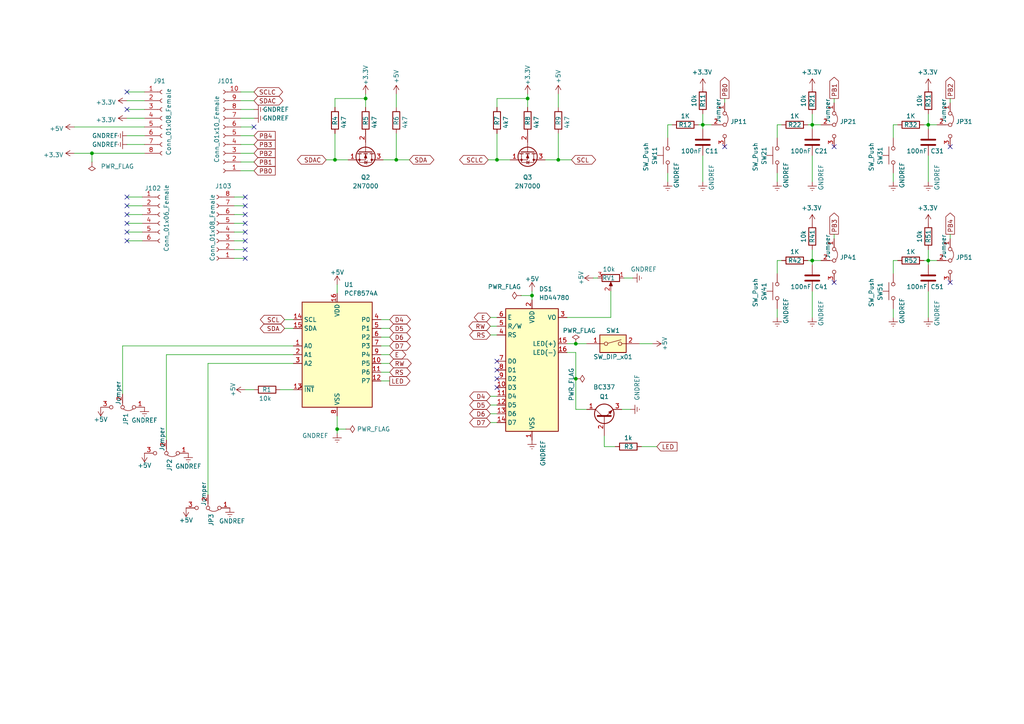
<source format=kicad_sch>
(kicad_sch (version 20211123) (generator eeschema)
  (paper "A4")
  (lib_symbols
    (symbol "Connector:Conn_01x06_Female" (pin_names (offset 1.016) hide)
      (property "Reference" "J" (at 0 7.62 0))
      (property "Value" "Conn_01x06_Female" (at 0 -10.16 0))
      (symbol "Conn_01x06_Female_1_1"
        (arc (start 0 -7.112) (mid -0.508 -7.62) (end 0 -8.128) (stroke (width 0.1524)))
        (arc (start 0 -4.572) (mid -0.508 -5.08) (end 0 -5.588) (stroke (width 0.1524)))
        (arc (start 0 -2.032) (mid -0.508 -2.54) (end 0 -3.048) (stroke (width 0.1524)))
        (polyline (pts (xy -1.27 -7.62) (xy -0.508 -7.62)) (stroke (width 0.1524)))
        (polyline (pts (xy -1.27 -5.08) (xy -0.508 -5.08)) (stroke (width 0.1524)))
        (polyline (pts (xy -1.27 -2.54) (xy -0.508 -2.54)) (stroke (width 0.1524)))
        (polyline (pts (xy -1.27 0) (xy -0.508 0)) (stroke (width 0.1524)))
        (polyline (pts (xy -1.27 2.54) (xy -0.508 2.54)) (stroke (width 0.1524)))
        (polyline (pts (xy -1.27 5.08) (xy -0.508 5.08)) (stroke (width 0.1524)))
        (arc (start 0 0.508) (mid -0.508 0) (end 0 -0.508) (stroke (width 0.1524)))
        (arc (start 0 3.048) (mid -0.508 2.54) (end 0 2.032) (stroke (width 0.1524)))
        (arc (start 0 5.588) (mid -0.508 5.08) (end 0 4.572) (stroke (width 0.1524)))
        (pin passive line (at -5.08 5.08 0) (length 3.81) (name "Pin_1") (number "1"))
        (pin passive line (at -5.08 2.54 0) (length 3.81) (name "Pin_2") (number "2"))
        (pin passive line (at -5.08 0 0) (length 3.81) (name "Pin_3") (number "3"))
        (pin passive line (at -5.08 -2.54 0) (length 3.81) (name "Pin_4") (number "4"))
        (pin passive line (at -5.08 -5.08 0) (length 3.81) (name "Pin_5") (number "5"))
        (pin passive line (at -5.08 -7.62 0) (length 3.81) (name "Pin_6") (number "6"))
      )
    )
    (symbol "Connector:Conn_01x08_Female" (pin_names (offset 1.016) hide)
      (property "Reference" "J" (at 0 10.16 0))
      (property "Value" "Conn_01x08_Female" (at 0 -12.7 0))
      (symbol "Conn_01x08_Female_1_1"
        (arc (start 0 -9.652) (mid -0.508 -10.16) (end 0 -10.668) (stroke (width 0.1524)))
        (arc (start 0 -7.112) (mid -0.508 -7.62) (end 0 -8.128) (stroke (width 0.1524)))
        (arc (start 0 -4.572) (mid -0.508 -5.08) (end 0 -5.588) (stroke (width 0.1524)))
        (arc (start 0 -2.032) (mid -0.508 -2.54) (end 0 -3.048) (stroke (width 0.1524)))
        (polyline (pts (xy -1.27 -10.16) (xy -0.508 -10.16)) (stroke (width 0.1524)))
        (polyline (pts (xy -1.27 -7.62) (xy -0.508 -7.62)) (stroke (width 0.1524)))
        (polyline (pts (xy -1.27 -5.08) (xy -0.508 -5.08)) (stroke (width 0.1524)))
        (polyline (pts (xy -1.27 -2.54) (xy -0.508 -2.54)) (stroke (width 0.1524)))
        (polyline (pts (xy -1.27 0) (xy -0.508 0)) (stroke (width 0.1524)))
        (polyline (pts (xy -1.27 2.54) (xy -0.508 2.54)) (stroke (width 0.1524)))
        (polyline (pts (xy -1.27 5.08) (xy -0.508 5.08)) (stroke (width 0.1524)))
        (polyline (pts (xy -1.27 7.62) (xy -0.508 7.62)) (stroke (width 0.1524)))
        (arc (start 0 0.508) (mid -0.508 0) (end 0 -0.508) (stroke (width 0.1524)))
        (arc (start 0 3.048) (mid -0.508 2.54) (end 0 2.032) (stroke (width 0.1524)))
        (arc (start 0 5.588) (mid -0.508 5.08) (end 0 4.572) (stroke (width 0.1524)))
        (arc (start 0 8.128) (mid -0.508 7.62) (end 0 7.112) (stroke (width 0.1524)))
        (pin passive line (at -5.08 7.62 0) (length 3.81) (name "Pin_1") (number "1"))
        (pin passive line (at -5.08 5.08 0) (length 3.81) (name "Pin_2") (number "2"))
        (pin passive line (at -5.08 2.54 0) (length 3.81) (name "Pin_3") (number "3"))
        (pin passive line (at -5.08 0 0) (length 3.81) (name "Pin_4") (number "4"))
        (pin passive line (at -5.08 -2.54 0) (length 3.81) (name "Pin_5") (number "5"))
        (pin passive line (at -5.08 -5.08 0) (length 3.81) (name "Pin_6") (number "6"))
        (pin passive line (at -5.08 -7.62 0) (length 3.81) (name "Pin_7") (number "7"))
        (pin passive line (at -5.08 -10.16 0) (length 3.81) (name "Pin_8") (number "8"))
      )
    )
    (symbol "Connector:Conn_01x10_Female" (pin_names (offset 1.016) hide)
      (property "Reference" "J" (at 0 12.7 0))
      (property "Value" "Conn_01x10_Female" (at 0 -15.24 0))
      (symbol "Conn_01x10_Female_1_1"
        (arc (start 0 -12.192) (mid -0.508 -12.7) (end 0 -13.208) (stroke (width 0.1524)))
        (arc (start 0 -9.652) (mid -0.508 -10.16) (end 0 -10.668) (stroke (width 0.1524)))
        (arc (start 0 -7.112) (mid -0.508 -7.62) (end 0 -8.128) (stroke (width 0.1524)))
        (arc (start 0 -4.572) (mid -0.508 -5.08) (end 0 -5.588) (stroke (width 0.1524)))
        (arc (start 0 -2.032) (mid -0.508 -2.54) (end 0 -3.048) (stroke (width 0.1524)))
        (polyline (pts (xy -1.27 -12.7) (xy -0.508 -12.7)) (stroke (width 0.1524)))
        (polyline (pts (xy -1.27 -10.16) (xy -0.508 -10.16)) (stroke (width 0.1524)))
        (polyline (pts (xy -1.27 -7.62) (xy -0.508 -7.62)) (stroke (width 0.1524)))
        (polyline (pts (xy -1.27 -5.08) (xy -0.508 -5.08)) (stroke (width 0.1524)))
        (polyline (pts (xy -1.27 -2.54) (xy -0.508 -2.54)) (stroke (width 0.1524)))
        (polyline (pts (xy -1.27 0) (xy -0.508 0)) (stroke (width 0.1524)))
        (polyline (pts (xy -1.27 2.54) (xy -0.508 2.54)) (stroke (width 0.1524)))
        (polyline (pts (xy -1.27 5.08) (xy -0.508 5.08)) (stroke (width 0.1524)))
        (polyline (pts (xy -1.27 7.62) (xy -0.508 7.62)) (stroke (width 0.1524)))
        (polyline (pts (xy -1.27 10.16) (xy -0.508 10.16)) (stroke (width 0.1524)))
        (arc (start 0 0.508) (mid -0.508 0) (end 0 -0.508) (stroke (width 0.1524)))
        (arc (start 0 3.048) (mid -0.508 2.54) (end 0 2.032) (stroke (width 0.1524)))
        (arc (start 0 5.588) (mid -0.508 5.08) (end 0 4.572) (stroke (width 0.1524)))
        (arc (start 0 8.128) (mid -0.508 7.62) (end 0 7.112) (stroke (width 0.1524)))
        (arc (start 0 10.668) (mid -0.508 10.16) (end 0 9.652) (stroke (width 0.1524)))
        (pin passive line (at -5.08 10.16 0) (length 3.81) (name "Pin_1") (number "1"))
        (pin passive line (at -5.08 -12.7 0) (length 3.81) (name "Pin_10") (number "10"))
        (pin passive line (at -5.08 7.62 0) (length 3.81) (name "Pin_2") (number "2"))
        (pin passive line (at -5.08 5.08 0) (length 3.81) (name "Pin_3") (number "3"))
        (pin passive line (at -5.08 2.54 0) (length 3.81) (name "Pin_4") (number "4"))
        (pin passive line (at -5.08 0 0) (length 3.81) (name "Pin_5") (number "5"))
        (pin passive line (at -5.08 -2.54 0) (length 3.81) (name "Pin_6") (number "6"))
        (pin passive line (at -5.08 -5.08 0) (length 3.81) (name "Pin_7") (number "7"))
        (pin passive line (at -5.08 -7.62 0) (length 3.81) (name "Pin_8") (number "8"))
        (pin passive line (at -5.08 -10.16 0) (length 3.81) (name "Pin_9") (number "9"))
      )
    )
    (symbol "Device:C" (pin_numbers hide) (pin_names (offset 0.254))
      (property "Reference" "C" (at 0.635 2.54 0))
      (property "Value" "C" (at 0.635 -2.54 0))
      (symbol "C_0_1"
        (polyline (pts (xy -2.032 -0.762) (xy 2.032 -0.762)) (stroke (width 0.508)))
        (polyline (pts (xy -2.032 0.762) (xy 2.032 0.762)) (stroke (width 0.508)))
      )
      (symbol "C_1_1"
        (pin passive line (at 0 3.81 270) (length 2.794) (name "~") (number "1"))
        (pin passive line (at 0 -3.81 90) (length 2.794) (name "~") (number "2"))
      )
    )
    (symbol "Device:R" (pin_numbers hide) (pin_names (offset 0))
      (property "Reference" "R" (at 2.032 0 90))
      (property "Value" "R" (at 0 0 90))
      (symbol "R_0_1"
        (rectangle (start -1.016 -2.54) (end 1.016 2.54) (stroke (width 0.254)))
      )
      (symbol "R_1_1"
        (pin passive line (at 0 3.81 270) (length 1.27) (name "~") (number "1"))
        (pin passive line (at 0 -3.81 90) (length 1.27) (name "~") (number "2"))
      )
    )
    (symbol "Device:R_Potentiometer" (pin_names (offset 1.016) hide)
      (property "Reference" "RV" (at -4.445 0 90))
      (property "Value" "R_Potentiometer" (at -2.54 0 90))
      (symbol "R_Potentiometer_0_1"
        (polyline (pts (xy 2.54 0) (xy 1.524 0)))
        (polyline (pts (xy 1.143 0) (xy 2.286 0.508) (xy 2.286 -0.508) (xy 1.143 0)) (fill (type outline)))
        (rectangle (start 1.016 2.54) (end -1.016 -2.54) (stroke (width 0.254)))
      )
      (symbol "R_Potentiometer_1_1"
        (pin passive line (at 0 3.81 270) (length 1.27) (name "1") (number "1"))
        (pin passive line (at 3.81 0 180) (length 1.27) (name "2") (number "2"))
        (pin passive line (at 0 -3.81 90) (length 1.27) (name "3") (number "3"))
      )
    )
    (symbol "Display_Character:WC1602A"
      (property "Reference" "DS" (at -5.842 19.05 0))
      (property "Value" "WC1602A" (at 5.334 19.05 0))
      (symbol "WC1602A_1_1"
        (rectangle (start -7.62 17.78) (end 7.62 -17.78) (stroke (width 0.254)) (fill (type background)))
        (pin power_in line (at 0 -20.32 90) (length 2.54) (name "VSS") (number "1"))
        (pin input line (at -10.16 -5.08 0) (length 2.54) (name "D3") (number "10"))
        (pin input line (at -10.16 -7.62 0) (length 2.54) (name "D4") (number "11"))
        (pin input line (at -10.16 -10.16 0) (length 2.54) (name "D5") (number "12"))
        (pin input line (at -10.16 -12.7 0) (length 2.54) (name "D6") (number "13"))
        (pin input line (at -10.16 -15.24 0) (length 2.54) (name "D7") (number "14"))
        (pin power_in line (at 10.16 7.62 180) (length 2.54) (name "LED(+)") (number "15"))
        (pin power_in line (at 10.16 5.08 180) (length 2.54) (name "LED(-)") (number "16"))
        (pin power_in line (at 0 20.32 270) (length 2.54) (name "VDD") (number "2"))
        (pin input line (at 10.16 15.24 180) (length 2.54) (name "VO") (number "3"))
        (pin input line (at -10.16 10.16 0) (length 2.54) (name "RS") (number "4"))
        (pin input line (at -10.16 12.7 0) (length 2.54) (name "R/W") (number "5"))
        (pin input line (at -10.16 15.24 0) (length 2.54) (name "E") (number "6"))
        (pin input line (at -10.16 2.54 0) (length 2.54) (name "D0") (number "7"))
        (pin input line (at -10.16 0 0) (length 2.54) (name "D1") (number "8"))
        (pin input line (at -10.16 -2.54 0) (length 2.54) (name "D2") (number "9"))
      )
    )
    (symbol "Interface_Expansion:PCF8574A"
      (property "Reference" "U" (at -8.89 16.51 0))
      (property "Value" "PCF8574A" (at 2.54 16.51 0))
      (symbol "PCF8574A_0_1"
        (rectangle (start -10.16 15.24) (end 10.16 -15.24) (stroke (width 0.254)) (fill (type background)))
      )
      (symbol "PCF8574A_1_1"
        (pin input line (at -12.7 2.54 0) (length 2.54) (name "A0") (number "1"))
        (pin bidirectional line (at 12.7 -2.54 180) (length 2.54) (name "P5") (number "10"))
        (pin bidirectional line (at 12.7 -5.08 180) (length 2.54) (name "P6") (number "11"))
        (pin bidirectional line (at 12.7 -7.62 180) (length 2.54) (name "P7") (number "12"))
        (pin open_collector output_low (at -12.7 -10.16 0) (length 2.54) (name "~{INT}") (number "13"))
        (pin input line (at -12.7 10.16 0) (length 2.54) (name "SCL") (number "14"))
        (pin bidirectional line (at -12.7 7.62 0) (length 2.54) (name "SDA") (number "15"))
        (pin power_in line (at 0 17.78 270) (length 2.54) (name "VDD") (number "16"))
        (pin input line (at -12.7 0 0) (length 2.54) (name "A1") (number "2"))
        (pin input line (at -12.7 -2.54 0) (length 2.54) (name "A2") (number "3"))
        (pin bidirectional line (at 12.7 10.16 180) (length 2.54) (name "P0") (number "4"))
        (pin bidirectional line (at 12.7 7.62 180) (length 2.54) (name "P1") (number "5"))
        (pin bidirectional line (at 12.7 5.08 180) (length 2.54) (name "P2") (number "6"))
        (pin bidirectional line (at 12.7 2.54 180) (length 2.54) (name "P3") (number "7"))
        (pin power_in line (at 0 -17.78 90) (length 2.54) (name "VSS") (number "8"))
        (pin bidirectional line (at 12.7 0 180) (length 2.54) (name "P4") (number "9"))
      )
    )
    (symbol "Jumper:Jumper_3_Bridged12" (pin_names (offset 0) hide)
      (property "Reference" "JP" (at -2.54 -2.54 0))
      (property "Value" "Jumper_3_Bridged12" (at 0 2.794 0))
      (symbol "Jumper_3_Bridged12_0_0"
        (circle (center -3.302 0) (radius 0.508))
        (circle (center 0 0) (radius 0.508))
        (circle (center 3.302 0) (radius 0.508))
      )
      (symbol "Jumper_3_Bridged12_0_1"
        (arc (start -0.254 0.508) (mid -1.651 0.9912) (end -3.048 0.508))
        (polyline (pts (xy 0 -1.27) (xy 0 -0.508)))
      )
      (symbol "Jumper_3_Bridged12_1_1"
        (pin passive line (at -6.35 0 0) (length 2.54) (name "A") (number "1"))
        (pin passive line (at 0 -3.81 90) (length 2.54) (name "C") (number "2"))
        (pin passive line (at 6.35 0 180) (length 2.54) (name "B") (number "3"))
      )
    )
    (symbol "Jumper_3_Bridged12_1" (pin_names (offset 0) hide)
      (property "Reference" "JP" (at -2.54 -2.54 0))
      (property "Value" "Jumper_3_Bridged12_1" (at 0 2.794 0))
      (symbol "Jumper_3_Bridged12_1_0_0"
        (circle (center -3.302 0) (radius 0.508))
        (circle (center 0 0) (radius 0.508))
        (circle (center 3.302 0) (radius 0.508))
      )
      (symbol "Jumper_3_Bridged12_1_0_1"
        (arc (start -0.254 0.508) (mid -1.651 0.9912) (end -3.048 0.508))
        (polyline (pts (xy 0 -1.27) (xy 0 -0.508)))
      )
      (symbol "Jumper_3_Bridged12_1_1_1"
        (pin passive line (at -6.35 0 0) (length 2.54) (name "A") (number "1"))
        (pin passive line (at 0 -3.81 90) (length 2.54) (name "C") (number "2"))
        (pin passive line (at 6.35 0 180) (length 2.54) (name "B") (number "3"))
      )
    )
    (symbol "Jumper_3_Bridged12_2" (pin_names (offset 0) hide)
      (property "Reference" "JP" (at -2.54 -2.54 0))
      (property "Value" "Jumper_3_Bridged12_2" (at 0 2.794 0))
      (symbol "Jumper_3_Bridged12_2_0_0"
        (circle (center -3.302 0) (radius 0.508))
        (circle (center 0 0) (radius 0.508))
        (circle (center 3.302 0) (radius 0.508))
      )
      (symbol "Jumper_3_Bridged12_2_0_1"
        (arc (start -0.254 0.508) (mid -1.651 0.9912) (end -3.048 0.508))
        (polyline (pts (xy 0 -1.27) (xy 0 -0.508)))
      )
      (symbol "Jumper_3_Bridged12_2_1_1"
        (pin passive line (at -6.35 0 0) (length 2.54) (name "A") (number "1"))
        (pin passive line (at 0 -3.81 90) (length 2.54) (name "C") (number "2"))
        (pin passive line (at 6.35 0 180) (length 2.54) (name "B") (number "3"))
      )
    )
    (symbol "Switch:SW_DIP_x01" (pin_names (offset 0) hide)
      (property "Reference" "SW" (at 0 3.81 0))
      (property "Value" "SW_DIP_x01" (at 0 -3.81 0))
      (symbol "SW_DIP_x01_0_0"
        (circle (center -2.032 0) (radius 0.508))
        (polyline (pts (xy -1.524 0.127) (xy 2.3622 1.1684)))
        (circle (center 2.032 0) (radius 0.508))
      )
      (symbol "SW_DIP_x01_0_1"
        (rectangle (start -3.81 2.54) (end 3.81 -2.54) (stroke (width 0.254)) (fill (type background)))
      )
      (symbol "SW_DIP_x01_1_1"
        (pin passive line (at -7.62 0 0) (length 5.08) (name "~") (number "1"))
        (pin passive line (at 7.62 0 180) (length 5.08) (name "~") (number "2"))
      )
    )
    (symbol "Switch:SW_Push" (pin_numbers hide) (pin_names (offset 1.016) hide)
      (property "Reference" "SW" (at 1.27 2.54 0))
      (property "Value" "SW_Push" (at 0 -1.524 0))
      (symbol "SW_Push_0_1"
        (circle (center -2.032 0) (radius 0.508))
        (polyline (pts (xy 0 1.27) (xy 0 3.048)))
        (polyline (pts (xy 2.54 1.27) (xy -2.54 1.27)))
        (circle (center 2.032 0) (radius 0.508))
        (pin passive line (at -5.08 0 0) (length 2.54) (name "1") (number "1"))
        (pin passive line (at 5.08 0 180) (length 2.54) (name "2") (number "2"))
      )
    )
    (symbol "Transistor_BJT:BC337" (pin_names (offset 0) hide)
      (property "Reference" "Q" (at 5.08 1.905 0))
      (property "Value" "BC337" (at 5.08 0 0))
      (symbol "BC337_0_1"
        (polyline (pts (xy 0 0) (xy 0.635 0)))
        (polyline (pts (xy 0.635 0.635) (xy 2.54 2.54)))
        (polyline (pts (xy 0.635 -0.635) (xy 2.54 -2.54) (xy 2.54 -2.54)))
        (polyline (pts (xy 0.635 1.905) (xy 0.635 -1.905) (xy 0.635 -1.905)) (stroke (width 0.508)))
        (polyline (pts (xy 1.27 -1.778) (xy 1.778 -1.27) (xy 2.286 -2.286) (xy 1.27 -1.778) (xy 1.27 -1.778)) (fill (type outline)))
        (circle (center 1.27 0) (radius 2.8194) (stroke (width 0.254)))
      )
      (symbol "BC337_1_1"
        (pin passive line (at 2.54 5.08 270) (length 2.54) (name "C") (number "1"))
        (pin input line (at -5.08 0 0) (length 5.08) (name "B") (number "2"))
        (pin passive line (at 2.54 -5.08 90) (length 2.54) (name "E") (number "3"))
      )
    )
    (symbol "Transistor_FET:2N7000" (pin_names hide)
      (property "Reference" "Q" (at 5.08 1.905 0))
      (property "Value" "2N7000" (at 5.08 0 0))
      (symbol "2N7000_0_1"
        (polyline (pts (xy 0.254 0) (xy -2.54 0)))
        (polyline (pts (xy 0.254 1.905) (xy 0.254 -1.905)) (stroke (width 0.254)))
        (polyline (pts (xy 0.762 -1.27) (xy 0.762 -2.286)) (stroke (width 0.254)))
        (polyline (pts (xy 0.762 0.508) (xy 0.762 -0.508)) (stroke (width 0.254)))
        (polyline (pts (xy 0.762 2.286) (xy 0.762 1.27)) (stroke (width 0.254)))
        (polyline (pts (xy 2.54 2.54) (xy 2.54 1.778)))
        (polyline (pts (xy 2.54 -2.54) (xy 2.54 0) (xy 0.762 0)))
        (polyline (pts (xy 0.762 -1.778) (xy 3.302 -1.778) (xy 3.302 1.778) (xy 0.762 1.778)))
        (polyline (pts (xy 1.016 0) (xy 2.032 0.381) (xy 2.032 -0.381) (xy 1.016 0)) (fill (type outline)))
        (polyline (pts (xy 2.794 0.508) (xy 2.921 0.381) (xy 3.683 0.381) (xy 3.81 0.254)))
        (polyline (pts (xy 3.302 0.381) (xy 2.921 -0.254) (xy 3.683 -0.254) (xy 3.302 0.381)))
        (circle (center 1.651 0) (radius 2.794) (stroke (width 0.254)))
        (circle (center 2.54 -1.778) (radius 0.254) (fill (type outline)))
        (circle (center 2.54 1.778) (radius 0.254) (fill (type outline)))
      )
      (symbol "2N7000_1_1"
        (pin passive line (at 2.54 -5.08 90) (length 2.54) (name "S") (number "1"))
        (pin input line (at -5.08 0 0) (length 2.54) (name "G") (number "2"))
        (pin passive line (at 2.54 5.08 270) (length 2.54) (name "D") (number "3"))
      )
    )
    (symbol "power:+3.3V" (power) (pin_names (offset 0))
      (property "Value" "+3.3V" (at 0 3.556 0))
      (symbol "+3.3V_0_1"
        (polyline (pts (xy -0.762 1.27) (xy 0 2.54)))
        (polyline (pts (xy 0 0) (xy 0 2.54)))
        (polyline (pts (xy 0 2.54) (xy 0.762 1.27)))
      )
      (symbol "+3.3V_1_1"
        (pin power_in line (at 0 0 90) (length 0) hide (name "+3.3V") (number "1"))
      )
    )
    (symbol "power:+5V" (power) (pin_names (offset 0))
      (property "Value" "+5V" (at 0 3.556 0))
      (symbol "+5V_0_1"
        (polyline (pts (xy -0.762 1.27) (xy 0 2.54)))
        (polyline (pts (xy 0 0) (xy 0 2.54)))
        (polyline (pts (xy 0 2.54) (xy 0.762 1.27)))
      )
      (symbol "+5V_1_1"
        (pin power_in line (at 0 0 90) (length 0) hide (name "+5V") (number "1"))
      )
    )
    (symbol "power:GNDREF" (power) (pin_names (offset 0))
      (property "Value" "GNDREF" (at 0 -3.81 0))
      (symbol "GNDREF_0_1"
        (polyline (pts (xy -0.635 -1.905) (xy 0.635 -1.905)))
        (polyline (pts (xy -0.127 -2.54) (xy 0.127 -2.54)))
        (polyline (pts (xy 0 -1.27) (xy 0 0)))
        (polyline (pts (xy 1.27 -1.27) (xy -1.27 -1.27)))
      )
      (symbol "GNDREF_1_1"
        (pin power_in line (at 0 0 270) (length 0) hide (name "GNDREF") (number "1"))
      )
    )
    (symbol "power:PWR_FLAG" (power) (pin_numbers hide) (pin_names (offset 0) hide)
      (property "Value" "PWR_FLAG" (at 0 3.81 0))
      (symbol "PWR_FLAG_0_0"
        (pin power_out line (at 0 0 90) (length 0) (name "pwr") (number "1"))
      )
      (symbol "PWR_FLAG_0_1"
        (polyline (pts (xy 0 0) (xy 0 1.27) (xy -1.016 1.905) (xy 0 2.54) (xy 1.016 1.905) (xy 0 1.27)))
      )
    )
  )
  (junction (at 97.155 46.355))
  (junction (at 235.585 36.195))
  (junction (at 114.935 46.355))
  (junction (at 167.005 109.855))
  (junction (at 154.305 85.725))
  (junction (at 235.585 75.565))
  (junction (at 269.24 36.195))
  (junction (at 203.835 36.195))
  (junction (at 153.035 28.575))
  (junction (at 97.79 124.46))
  (junction (at 26.67 44.45))
  (junction (at 106.045 28.575))
  (junction (at 144.145 46.355))
  (junction (at 167.005 99.695))
  (junction (at 161.925 46.355))
  (junction (at 269.24 75.565))
  (no_connect (at 71.12 67.31))
  (no_connect (at 144.145 109.855))
  (no_connect (at 36.83 64.77))
  (no_connect (at 36.83 67.31))
  (no_connect (at 71.12 57.15))
  (no_connect (at 210.185 42.545))
  (no_connect (at 36.83 62.23))
  (no_connect (at 144.145 104.775))
  (no_connect (at 71.12 69.85))
  (no_connect (at 71.12 59.69))
  (no_connect (at 36.83 31.75))
  (no_connect (at 241.935 42.545))
  (no_connect (at 71.12 62.23))
  (no_connect (at 36.83 26.67))
  (no_connect (at 36.83 69.85))
  (no_connect (at 36.83 57.15))
  (no_connect (at 275.59 42.545))
  (no_connect (at 71.12 64.77))
  (no_connect (at 71.12 72.39))
  (no_connect (at 275.59 81.915))
  (no_connect (at 241.935 81.915))
  (no_connect (at 71.12 74.93))
  (no_connect (at 144.145 112.395))
  (no_connect (at 144.145 107.315))
  (no_connect (at 36.83 59.69))
  (no_connect (at 73.66 36.83))
  (wire (pts (xy 67.945 62.23) (xy 71.12 62.23)))
  (wire (pts (xy 167.005 102.235) (xy 167.005 109.855)))
  (wire (pts (xy 69.85 36.83) (xy 73.66 36.83)))
  (wire (pts (xy 161.925 46.355) (xy 165.735 46.355)))
  (wire (pts (xy 173.355 80.645) (xy 172.085 80.645)))
  (wire (pts (xy 226.695 75.565) (xy 225.425 75.565)))
  (wire (pts (xy 225.425 79.375) (xy 225.425 75.565)))
  (wire (pts (xy 260.35 75.565) (xy 259.08 75.565)))
  (wire (pts (xy 235.585 37.465) (xy 235.585 36.195)))
  (wire (pts (xy 175.26 129.54) (xy 175.26 126.365)))
  (wire (pts (xy 144.145 31.115) (xy 144.145 28.575)))
  (wire (pts (xy 267.97 36.195) (xy 269.24 36.195)))
  (wire (pts (xy 161.925 27.305) (xy 161.925 31.115)))
  (wire (pts (xy 36.83 59.69) (xy 41.275 59.69)))
  (wire (pts (xy 202.565 36.195) (xy 203.835 36.195)))
  (wire (pts (xy 269.24 37.465) (xy 269.24 36.195)))
  (wire (pts (xy 110.49 92.71) (xy 113.03 92.71)))
  (wire (pts (xy 142.24 122.555) (xy 144.145 122.555)))
  (wire (pts (xy 142.24 92.075) (xy 144.145 92.075)))
  (wire (pts (xy 144.145 38.735) (xy 144.145 46.355)))
  (wire (pts (xy 235.585 52.705) (xy 235.585 45.085)))
  (wire (pts (xy 97.79 120.65) (xy 97.79 124.46)))
  (wire (pts (xy 167.005 118.745) (xy 170.18 118.745)))
  (wire (pts (xy 35.56 100.33) (xy 85.09 100.33)))
  (wire (pts (xy 36.83 26.67) (xy 41.91 26.67)))
  (wire (pts (xy 82.55 95.25) (xy 85.09 95.25)))
  (wire (pts (xy 110.49 102.87) (xy 113.03 102.87)))
  (wire (pts (xy 154.305 85.725) (xy 154.305 86.995)))
  (wire (pts (xy 269.24 36.195) (xy 271.78 36.195)))
  (wire (pts (xy 114.935 46.355) (xy 118.745 46.355)))
  (wire (pts (xy 97.155 38.735) (xy 97.155 46.355)))
  (wire (pts (xy 114.935 27.305) (xy 114.935 31.115)))
  (wire (pts (xy 234.315 75.565) (xy 235.585 75.565)))
  (wire (pts (xy 275.59 28.575) (xy 275.59 29.845)))
  (wire (pts (xy 85.09 105.41) (xy 60.325 105.41)))
  (wire (pts (xy 144.145 28.575) (xy 153.035 28.575)))
  (wire (pts (xy 48.26 102.87) (xy 85.09 102.87)))
  (wire (pts (xy 164.465 92.075) (xy 177.165 92.075)))
  (wire (pts (xy 226.695 36.195) (xy 225.425 36.195)))
  (wire (pts (xy 21.59 44.45) (xy 26.67 44.45)))
  (wire (pts (xy 142.24 117.475) (xy 144.145 117.475)))
  (wire (pts (xy 69.85 41.91) (xy 73.66 41.91)))
  (wire (pts (xy 194.945 36.195) (xy 193.675 36.195)))
  (wire (pts (xy 48.26 127.635) (xy 48.26 102.87)))
  (wire (pts (xy 153.035 27.305) (xy 153.035 28.575)))
  (wire (pts (xy 97.155 46.355) (xy 100.965 46.355)))
  (wire (pts (xy 35.56 114.3) (xy 35.56 100.33)))
  (wire (pts (xy 26.67 44.45) (xy 41.91 44.45)))
  (wire (pts (xy 106.045 28.575) (xy 106.045 31.115)))
  (wire (pts (xy 141.605 46.355) (xy 144.145 46.355)))
  (wire (pts (xy 203.835 36.195) (xy 206.375 36.195)))
  (wire (pts (xy 36.83 57.15) (xy 41.275 57.15)))
  (wire (pts (xy 190.5 129.54) (xy 186.055 129.54)))
  (wire (pts (xy 36.83 39.37) (xy 41.91 39.37)))
  (wire (pts (xy 151.13 85.725) (xy 154.305 85.725)))
  (wire (pts (xy 225.425 89.535) (xy 225.425 92.075)))
  (wire (pts (xy 269.24 72.39) (xy 269.24 75.565)))
  (wire (pts (xy 183.515 80.645) (xy 180.975 80.645)))
  (wire (pts (xy 234.315 36.195) (xy 235.585 36.195)))
  (wire (pts (xy 164.465 99.695) (xy 167.005 99.695)))
  (wire (pts (xy 269.24 76.835) (xy 269.24 75.565)))
  (wire (pts (xy 203.835 52.705) (xy 203.835 45.085)))
  (wire (pts (xy 269.24 75.565) (xy 271.78 75.565)))
  (wire (pts (xy 142.24 94.615) (xy 144.145 94.615)))
  (wire (pts (xy 235.585 33.02) (xy 235.585 36.195)))
  (wire (pts (xy 269.24 52.705) (xy 269.24 45.085)))
  (wire (pts (xy 69.85 46.99) (xy 73.66 46.99)))
  (wire (pts (xy 71.12 113.03) (xy 73.66 113.03)))
  (wire (pts (xy 178.435 129.54) (xy 175.26 129.54)))
  (wire (pts (xy 193.675 50.165) (xy 193.675 52.705)))
  (wire (pts (xy 210.185 28.575) (xy 210.185 29.845)))
  (wire (pts (xy 275.59 67.945) (xy 275.59 69.215)))
  (wire (pts (xy 225.425 40.005) (xy 225.425 36.195)))
  (wire (pts (xy 81.28 113.03) (xy 85.09 113.03)))
  (wire (pts (xy 110.49 107.95) (xy 113.03 107.95)))
  (wire (pts (xy 97.155 31.115) (xy 97.155 28.575)))
  (wire (pts (xy 36.83 69.85) (xy 41.275 69.85)))
  (wire (pts (xy 69.85 44.45) (xy 73.66 44.45)))
  (wire (pts (xy 67.945 74.93) (xy 71.12 74.93)))
  (wire (pts (xy 158.115 46.355) (xy 161.925 46.355)))
  (wire (pts (xy 167.005 99.695) (xy 170.18 99.695)))
  (wire (pts (xy 267.97 75.565) (xy 269.24 75.565)))
  (wire (pts (xy 36.83 64.77) (xy 41.275 64.77)))
  (wire (pts (xy 259.08 50.165) (xy 259.08 52.705)))
  (wire (pts (xy 164.465 102.235) (xy 167.005 102.235)))
  (wire (pts (xy 82.55 92.71) (xy 85.09 92.71)))
  (wire (pts (xy 235.585 92.075) (xy 235.585 84.455)))
  (wire (pts (xy 69.85 26.67) (xy 73.66 26.67)))
  (wire (pts (xy 154.305 84.455) (xy 154.305 85.725)))
  (wire (pts (xy 36.83 67.31) (xy 41.275 67.31)))
  (wire (pts (xy 36.83 41.91) (xy 41.91 41.91)))
  (wire (pts (xy 26.67 44.45) (xy 26.67 46.99)))
  (wire (pts (xy 235.585 36.195) (xy 238.125 36.195)))
  (wire (pts (xy 110.49 95.25) (xy 113.03 95.25)))
  (wire (pts (xy 114.935 38.735) (xy 114.935 46.355)))
  (wire (pts (xy 241.935 28.575) (xy 241.935 29.845)))
  (wire (pts (xy 36.83 29.21) (xy 41.91 29.21)))
  (wire (pts (xy 67.945 64.77) (xy 71.12 64.77)))
  (wire (pts (xy 97.79 124.46) (xy 97.79 125.73)))
  (wire (pts (xy 69.85 29.21) (xy 73.66 29.21)))
  (wire (pts (xy 203.835 37.465) (xy 203.835 36.195)))
  (wire (pts (xy 67.945 69.85) (xy 71.12 69.85)))
  (wire (pts (xy 259.08 79.375) (xy 259.08 75.565)))
  (wire (pts (xy 153.035 28.575) (xy 153.035 31.115)))
  (wire (pts (xy 259.08 40.005) (xy 259.08 36.195)))
  (wire (pts (xy 97.79 82.55) (xy 97.79 85.09)))
  (wire (pts (xy 110.49 100.33) (xy 113.03 100.33)))
  (wire (pts (xy 36.83 31.75) (xy 41.91 31.75)))
  (wire (pts (xy 60.325 105.41) (xy 60.325 143.51)))
  (wire (pts (xy 142.24 97.155) (xy 144.145 97.155)))
  (wire (pts (xy 67.945 59.69) (xy 71.12 59.69)))
  (wire (pts (xy 185.42 99.695) (xy 189.23 99.695)))
  (wire (pts (xy 142.24 120.015) (xy 144.145 120.015)))
  (wire (pts (xy 69.85 34.29) (xy 73.66 34.29)))
  (wire (pts (xy 235.585 72.39) (xy 235.585 75.565)))
  (wire (pts (xy 180.34 118.745) (xy 182.88 118.745)))
  (wire (pts (xy 110.49 97.79) (xy 113.03 97.79)))
  (wire (pts (xy 94.615 46.355) (xy 97.155 46.355)))
  (wire (pts (xy 67.945 72.39) (xy 71.12 72.39)))
  (wire (pts (xy 36.83 34.29) (xy 41.91 34.29)))
  (wire (pts (xy 97.155 28.575) (xy 106.045 28.575)))
  (wire (pts (xy 67.945 67.31) (xy 71.12 67.31)))
  (wire (pts (xy 235.585 75.565) (xy 238.125 75.565)))
  (wire (pts (xy 67.945 57.15) (xy 71.12 57.15)))
  (wire (pts (xy 167.005 109.855) (xy 167.005 118.745)))
  (wire (pts (xy 193.675 40.005) (xy 193.675 36.195)))
  (wire (pts (xy 177.165 92.075) (xy 177.165 84.455)))
  (wire (pts (xy 269.24 92.075) (xy 269.24 84.455)))
  (wire (pts (xy 241.935 67.945) (xy 241.935 69.215)))
  (wire (pts (xy 259.08 89.535) (xy 259.08 92.075)))
  (wire (pts (xy 203.835 33.02) (xy 203.835 36.195)))
  (wire (pts (xy 110.49 110.49) (xy 113.03 110.49)))
  (wire (pts (xy 111.125 46.355) (xy 114.935 46.355)))
  (wire (pts (xy 260.35 36.195) (xy 259.08 36.195)))
  (wire (pts (xy 106.045 27.305) (xy 106.045 28.575)))
  (wire (pts (xy 69.85 39.37) (xy 73.66 39.37)))
  (wire (pts (xy 144.145 46.355) (xy 147.955 46.355)))
  (wire (pts (xy 110.49 105.41) (xy 113.03 105.41)))
  (wire (pts (xy 21.59 36.83) (xy 41.91 36.83)))
  (wire (pts (xy 69.85 49.53) (xy 73.66 49.53)))
  (wire (pts (xy 225.425 50.165) (xy 225.425 52.705)))
  (wire (pts (xy 69.85 31.75) (xy 73.66 31.75)))
  (wire (pts (xy 269.24 33.02) (xy 269.24 36.195)))
  (wire (pts (xy 142.24 114.935) (xy 144.145 114.935)))
  (wire (pts (xy 235.585 76.835) (xy 235.585 75.565)))
  (wire (pts (xy 97.79 124.46) (xy 100.33 124.46)))
  (wire (pts (xy 161.925 38.735) (xy 161.925 46.355)))
  (wire (pts (xy 36.83 62.23) (xy 41.275 62.23)))
  (global_label "PB2" (shape input) (at 73.66 44.45 0) (property "Intersheet References" "${INTERSHEET_REFS}" (effects hide)))
  (global_label "PB4" (shape output) (at 275.59 67.945 90) (property "Intersheet References" "${INTERSHEET_REFS}" (effects hide)))
  (global_label "D5" (shape bidirectional) (at 113.03 95.25 0) (property "Intersheet References" "${INTERSHEET_REFS}" (effects hide)))
  (global_label "PB0" (shape input) (at 73.66 49.53 0) (property "Intersheet References" "${INTERSHEET_REFS}" (effects hide)))
  (global_label "LED" (shape output) (at 113.03 110.49 0) (property "Intersheet References" "${INTERSHEET_REFS}" (effects hide)))
  (global_label "D7" (shape bidirectional) (at 113.03 100.33 0) (property "Intersheet References" "${INTERSHEET_REFS}" (effects hide)))
  (global_label "SDA" (shape bidirectional) (at 118.745 46.355 0) (property "Intersheet References" "${INTERSHEET_REFS}" (effects hide)))
  (global_label "SCL" (shape bidirectional) (at 82.55 92.71 180) (property "Intersheet References" "${INTERSHEET_REFS}" (effects hide)))
  (global_label "PB3" (shape input) (at 73.66 41.91 0) (property "Intersheet References" "${INTERSHEET_REFS}" (effects hide)))
  (global_label "D6" (shape bidirectional) (at 113.03 97.79 0) (property "Intersheet References" "${INTERSHEET_REFS}" (effects hide)))
  (global_label "PB2" (shape output) (at 275.59 28.575 90) (property "Intersheet References" "${INTERSHEET_REFS}" (effects hide)))
  (global_label "D6" (shape bidirectional) (at 142.24 120.015 180) (property "Intersheet References" "${INTERSHEET_REFS}" (effects hide)))
  (global_label "D7" (shape bidirectional) (at 142.24 122.555 180) (property "Intersheet References" "${INTERSHEET_REFS}" (effects hide)))
  (global_label "D4" (shape bidirectional) (at 142.24 114.935 180) (property "Intersheet References" "${INTERSHEET_REFS}" (effects hide)))
  (global_label "LED" (shape input) (at 190.5 129.54 0) (property "Intersheet References" "${INTERSHEET_REFS}" (effects hide)))
  (global_label "E" (shape bidirectional) (at 113.03 102.87 0) (property "Intersheet References" "${INTERSHEET_REFS}" (effects hide)))
  (global_label "RW" (shape bidirectional) (at 113.03 105.41 0) (property "Intersheet References" "${INTERSHEET_REFS}" (effects hide)))
  (global_label "PB0" (shape output) (at 210.185 28.575 90) (property "Intersheet References" "${INTERSHEET_REFS}" (effects hide)))
  (global_label "PB3" (shape output) (at 241.935 67.945 90) (property "Intersheet References" "${INTERSHEET_REFS}" (effects hide)))
  (global_label "SCLC" (shape bidirectional) (at 141.605 46.355 180) (property "Intersheet References" "${INTERSHEET_REFS}" (effects hide)))
  (global_label "PB4" (shape input) (at 73.66 39.37 0) (property "Intersheet References" "${INTERSHEET_REFS}" (effects hide)))
  (global_label "PB1" (shape output) (at 241.935 28.575 90) (property "Intersheet References" "${INTERSHEET_REFS}" (effects hide)))
  (global_label "SCL" (shape bidirectional) (at 165.735 46.355 0) (property "Intersheet References" "${INTERSHEET_REFS}" (effects hide)))
  (global_label "E" (shape bidirectional) (at 142.24 92.075 180) (property "Intersheet References" "${INTERSHEET_REFS}" (effects hide)))
  (global_label "SCLC" (shape bidirectional) (at 73.66 26.67 0) (property "Intersheet References" "${INTERSHEET_REFS}" (effects hide)))
  (global_label "RS" (shape bidirectional) (at 113.03 107.95 0) (property "Intersheet References" "${INTERSHEET_REFS}" (effects hide)))
  (global_label "SDAC" (shape bidirectional) (at 73.66 29.21 0) (property "Intersheet References" "${INTERSHEET_REFS}" (effects hide)))
  (global_label "PB1" (shape input) (at 73.66 46.99 0) (property "Intersheet References" "${INTERSHEET_REFS}" (effects hide)))
  (global_label "RS" (shape bidirectional) (at 142.24 97.155 180) (property "Intersheet References" "${INTERSHEET_REFS}" (effects hide)))
  (global_label "RW" (shape bidirectional) (at 142.24 94.615 180) (property "Intersheet References" "${INTERSHEET_REFS}" (effects hide)))
  (global_label "SDA" (shape bidirectional) (at 82.55 95.25 180) (property "Intersheet References" "${INTERSHEET_REFS}" (effects hide)))
  (global_label "D5" (shape bidirectional) (at 142.24 117.475 180) (property "Intersheet References" "${INTERSHEET_REFS}" (effects hide)))
  (global_label "SDAC" (shape bidirectional) (at 94.615 46.355 180) (property "Intersheet References" "${INTERSHEET_REFS}" (effects hide)))
  (global_label "D4" (shape bidirectional) (at 113.03 92.71 0) (property "Intersheet References" "${INTERSHEET_REFS}" (effects hide)))
  (symbol (lib_id "power:GNDREF") (at 73.66 31.75 90) (unit 1)
    (property "Reference" "#PWR031" (effects hide))
    (property "Value" "GNDREF" (at 80.01 31.75 90))
  )
  (symbol (lib_id "power:GNDREF") (at 73.66 34.29 90) (unit 1)
    (property "Reference" "#PWR032" (effects hide))
    (property "Value" "GNDREF" (at 80.01 34.29 90))
  )
  (symbol (lib_id "Device:R_Potentiometer") (at 177.165 80.645 270) (unit 1)
    (property "Reference" "RV1" (at 178.435 80.645 90) (effects (justify right)))
    (property "Value" "10k" (at 178.435 78.105 90) (effects (justify right)))
    (property "Footprint" "Potentiometer_THT:Potentiometer_ACP_CA9-V10_Vertical" (effects hide))
  )
  (symbol (lib_id "power:+3.3V") (at 36.83 29.21 90) (unit 1)
    (property "Reference" "#PWR022" (effects hide))
    (property "Value" "+3.3V" (at 33.655 29.689 90) (effects (justify left)))
  )
  (symbol (lib_id "power:GNDREF") (at 235.585 92.075 0) (unit 1)
    (property "Reference" "#PWR0124" (effects hide))
    (property "Value" "GNDREF" (at 238.125 90.805 90))
  )
  (symbol (lib_id "power:GNDREF") (at 182.88 118.745 90) (unit 1)
    (property "Reference" "#PWR0105" (effects hide))
    (property "Value" "GNDREF" (at 184.785 112.395 0))
  )
  (symbol (lib_id "Switch:SW_Push") (at 225.425 84.455 90) (unit 1)
    (property "Reference" "SW41" (at 221.615 81.915 0) (effects (justify right)))
    (property "Value" "SW_Push" (at 219.075 80.645 0) (effects (justify right)))
    (property "Footprint" "Button_Switch_THT:SW_PUSH_6mm_H4.3mm" (effects hide))
  )
  (symbol (lib_id "power:GNDREF") (at 259.08 92.075 0) (unit 1)
    (property "Reference" "#PWR0123" (effects hide))
    (property "Value" "GNDREF" (at 261.62 90.17 90))
  )
  (symbol (lib_id "power:PWR_FLAG") (at 26.67 46.99 180) (unit 1)
    (property "Reference" "#FLG0101" (effects hide))
    (property "Value" "PWR_FLAG" (at 29.21 48.2599 0) (effects (justify right)))
  )
  (symbol (lib_id "Device:C") (at 269.24 41.275 0) (unit 1)
    (property "Reference" "C31" (at 269.875 43.815 0) (effects (justify left)))
    (property "Value" "100nF" (at 262.89 43.815 0) (effects (justify left)))
    (property "Footprint" "Capacitor_THT:C_Disc_D5.0mm_W2.5mm_P2.50mm" (effects hide))
  )
  (symbol (lib_id "power:+5V") (at 41.91 131.445 180) (unit 1)
    (property "Reference" "#PWR03" (effects hide))
    (property "Value" "+5V" (at 41.91 135.001 0))
  )
  (symbol (lib_id "power:+5V") (at 189.23 99.695 270) (unit 1)
    (property "Reference" "#PWR0106" (effects hide))
    (property "Value" "+5V" (at 192.786 99.695 0))
  )
  (symbol (lib_id "power:GNDREF") (at 193.675 52.705 0) (unit 1)
    (property "Reference" "#PWR0121" (effects hide))
    (property "Value" "GNDREF" (at 196.215 50.8 90))
  )
  (symbol (lib_id "power:+3.3V") (at 235.585 64.77 0) (unit 1)
    (property "Reference" "#PWR0112" (effects hide))
    (property "Value" "+3.3V" (at 232.41 60.325 0) (effects (justify left)))
  )
  (symbol (lib_id "Device:C") (at 203.835 41.275 0) (unit 1)
    (property "Reference" "C11" (at 204.47 43.815 0) (effects (justify left)))
    (property "Value" "100nF" (at 197.485 43.815 0) (effects (justify left)))
    (property "Footprint" "Capacitor_THT:C_Disc_D5.0mm_W2.5mm_P2.50mm" (effects hide))
  )
  (symbol (lib_id "power:GNDREF") (at 154.305 127.635 0) (unit 1)
    (property "Reference" "#PWR0101" (effects hide))
    (property "Value" "GNDREF" (at 157.48 131.445 90))
  )
  (symbol (lib_id "power:PWR_FLAG") (at 100.33 124.46 270) (unit 1)
    (property "Reference" "#FLG0104" (effects hide))
    (property "Value" "PWR_FLAG" (at 103.505 124.4599 90) (effects (justify left)))
  )
  (symbol (lib_id "Device:R") (at 144.145 34.925 180) (unit 1)
    (property "Reference" "R7" (at 144.145 33.655 90) (effects (justify left)))
    (property "Value" "4k7" (at 146.685 33.655 90) (effects (justify left)))
    (property "Footprint" "Resistor_THT:R_Axial_DIN0207_L6.3mm_D2.5mm_P10.16mm_Horizontal" (effects hide))
  )
  (symbol (lib_name "Jumper_3_Bridged12_1") (lib_id "Jumper:Jumper_3_Bridged12") (at 241.935 36.195 270) (unit 1)
    (property "Reference" "JP21" (at 243.5612 35.2865 90) (effects (justify left)))
    (property "Value" "Jumper" (at 240.03 28.575 0) (effects (justify left)))
    (property "Footprint" "Connector_PinHeader_2.54mm:PinHeader_1x03_P2.54mm_Vertical" (effects hide))
  )
  (symbol (lib_id "power:GNDREF") (at 54.61 131.445 0) (unit 1)
    (property "Reference" "#PWR05" (effects hide))
    (property "Value" "GNDREF" (at 54.61 135.255 0))
  )
  (symbol (lib_id "power:PWR_FLAG") (at 151.13 85.725 90) (unit 1)
    (property "Reference" "#FLG0103" (effects hide))
    (property "Value" "PWR_FLAG" (at 151.13 83.185 90) (effects (justify left)))
  )
  (symbol (lib_id "power:GNDREF") (at 41.91 118.11 0) (unit 1)
    (property "Reference" "#PWR02" (effects hide))
    (property "Value" "GNDREF" (at 41.91 121.92 0))
  )
  (symbol (lib_id "Connector:Conn_01x08_Female") (at 62.865 67.31 180) (unit 1)
    (property "Reference" "J103" (at 64.77 53.975 0))
    (property "Value" "Conn_01x08_Female" (at 61.595 66.04 90))
    (property "Footprint" "Connector_PinSocket_2.54mm:PinSocket_1x08_P2.54mm_Vertical" (effects hide))
  )
  (symbol (lib_id "Connector:Conn_01x06_Female") (at 46.355 62.23 0) (unit 1)
    (property "Reference" "J102" (at 41.91 54.61 0) (effects (justify left)))
    (property "Value" "Conn_01x06_Female" (at 48.26 73.025 90) (effects (justify left)))
    (property "Footprint" "Connector_PinSocket_2.54mm:PinSocket_1x06_P2.54mm_Vertical" (effects hide))
  )
  (symbol (lib_name "Jumper_3_Bridged12_1") (lib_id "Jumper:Jumper_3_Bridged12") (at 210.185 36.195 270) (unit 1)
    (property "Reference" "JP11" (at 211.8112 35.2865 90) (effects (justify left)))
    (property "Value" "Jumper" (at 208.28 28.575 0) (effects (justify left)))
    (property "Footprint" "Connector_PinHeader_2.54mm:PinHeader_1x03_P2.54mm_Vertical" (effects hide))
  )
  (symbol (lib_id "power:GNDREF") (at 66.675 147.32 0) (unit 1)
    (property "Reference" "#PWR06" (effects hide))
    (property "Value" "GNDREF" (at 67.31 151.13 0))
  )
  (symbol (lib_id "Device:R") (at 203.835 29.21 0) (unit 1)
    (property "Reference" "R11" (at 203.835 29.21 90))
    (property "Value" "10k" (at 201.295 29.21 90))
    (property "Footprint" "Resistor_THT:R_Axial_DIN0207_L6.3mm_D2.5mm_P10.16mm_Horizontal" (effects hide))
  )
  (symbol (lib_id "Switch:SW_Push") (at 259.08 45.085 90) (unit 1)
    (property "Reference" "SW31" (at 255.27 42.545 0) (effects (justify right)))
    (property "Value" "SW_Push" (at 252.73 41.275 0) (effects (justify right)))
    (property "Footprint" "Button_Switch_THT:SW_PUSH_6mm_H4.3mm" (effects hide))
  )
  (symbol (lib_id "power:+5V") (at 71.12 113.03 90) (unit 1)
    (property "Reference" "#PWR07" (effects hide))
    (property "Value" "+5V" (at 67.564 113.03 0))
  )
  (symbol (lib_id "Switch:SW_Push") (at 259.08 84.455 90) (unit 1)
    (property "Reference" "SW51" (at 255.27 81.915 0) (effects (justify right)))
    (property "Value" "SW_Push" (at 252.73 80.645 0) (effects (justify right)))
    (property "Footprint" "Button_Switch_THT:SW_PUSH_6mm_H4.3mm" (effects hide))
  )
  (symbol (lib_id "Device:R") (at 198.755 36.195 270) (unit 1)
    (property "Reference" "R12" (at 198.755 36.195 90))
    (property "Value" "1K" (at 198.755 33.655 90))
    (property "Footprint" "Resistor_THT:R_Axial_DIN0207_L6.3mm_D2.5mm_P10.16mm_Horizontal" (effects hide))
  )
  (symbol (lib_id "Interface_Expansion:PCF8574A") (at 97.79 102.87 0) (unit 1)
    (property "Reference" "U1" (at 99.8094 82.55 0) (effects (justify left)))
    (property "Value" "PCF8574A" (at 99.8094 85.09 0) (effects (justify left)))
    (property "Footprint" "Package_DIP:DIP-16_W7.62mm_Socket" (effects hide))
    (property "Datasheet" "http://www.nxp.com/documents/data_sheet/PCF8574_PCF8574A.pdf" (effects hide))
  )
  (symbol (lib_id "power:GNDREF") (at 225.425 92.075 0) (unit 1)
    (property "Reference" "#PWR0125" (effects hide))
    (property "Value" "GNDREF" (at 227.965 90.17 90))
  )
  (symbol (lib_id "power:+5V") (at 97.79 82.55 0) (unit 1)
    (property "Reference" "#PWR08" (effects hide))
    (property "Value" "+5V" (at 97.79 78.994 0))
  )
  (symbol (lib_id "Device:R") (at 264.16 75.565 270) (unit 1)
    (property "Reference" "R52" (at 264.16 75.565 90))
    (property "Value" "1K" (at 264.16 73.025 90))
    (property "Footprint" "Resistor_THT:R_Axial_DIN0207_L6.3mm_D2.5mm_P10.16mm_Horizontal" (effects hide))
  )
  (symbol (lib_id "power:+5V") (at 114.935 27.305 0) (unit 1)
    (property "Reference" "#PWR0118" (effects hide))
    (property "Value" "+5V" (at 114.935 22.225 90))
  )
  (symbol (lib_id "power:+3.3V") (at 203.835 25.4 0) (unit 1)
    (property "Reference" "#PWR0111" (effects hide))
    (property "Value" "+3.3V" (at 200.66 20.955 0) (effects (justify left)))
  )
  (symbol (lib_id "power:+5V") (at 53.975 147.32 180) (unit 1)
    (property "Reference" "#PWR04" (effects hide))
    (property "Value" "+5V" (at 53.975 150.876 0))
  )
  (symbol (lib_id "Device:R") (at 264.16 36.195 270) (unit 1)
    (property "Reference" "R32" (at 264.16 36.195 90))
    (property "Value" "1K" (at 264.16 33.655 90))
    (property "Footprint" "Resistor_THT:R_Axial_DIN0207_L6.3mm_D2.5mm_P10.16mm_Horizontal" (effects hide))
  )
  (symbol (lib_id "Connector:Conn_01x10_Female") (at 64.77 39.37 180) (unit 1)
    (property "Reference" "J101" (at 65.405 23.495 0))
    (property "Value" "Conn_01x10_Female" (at 62.865 37.465 90))
    (property "Footprint" "Connector_PinSocket_2.54mm:PinSocket_1x10_P2.54mm_Vertical" (effects hide))
  )
  (symbol (lib_id "power:+3.3V") (at 269.24 64.77 0) (unit 1)
    (property "Reference" "#PWR0115" (effects hide))
    (property "Value" "+3.3V" (at 266.065 60.325 0) (effects (justify left)))
  )
  (symbol (lib_id "power:GNDREF") (at 36.83 39.37 270) (unit 1)
    (property "Reference" "#PWR025" (effects hide))
    (property "Value" "GNDREF" (at 30.48 39.37 90))
  )
  (symbol (lib_name "Jumper_3_Bridged12_2") (lib_id "Jumper:Jumper_3_Bridged12") (at 60.325 147.32 180) (unit 1)
    (property "Reference" "JP3" (at 61.2335 148.9462 90) (effects (justify left)))
    (property "Value" "Jumper" (at 59.055 139.7 90) (effects (justify left)))
    (property "Footprint" "Connector_PinHeader_2.54mm:PinHeader_1x03_P2.54mm_Vertical" (effects hide))
  )
  (symbol (lib_id "Device:R") (at 97.155 34.925 180) (unit 1)
    (property "Reference" "R4" (at 97.155 33.655 90) (effects (justify left)))
    (property "Value" "4k7" (at 99.695 33.655 90) (effects (justify left)))
    (property "Footprint" "Resistor_THT:R_Axial_DIN0207_L6.3mm_D2.5mm_P10.16mm_Horizontal" (effects hide))
  )
  (symbol (lib_id "Device:R") (at 235.585 29.21 0) (unit 1)
    (property "Reference" "R21" (at 235.585 29.21 90))
    (property "Value" "10k" (at 233.045 29.21 90))
    (property "Footprint" "Resistor_THT:R_Axial_DIN0207_L6.3mm_D2.5mm_P10.16mm_Horizontal" (effects hide))
  )
  (symbol (lib_id "power:+3.3V") (at 269.24 25.4 0) (unit 1)
    (property "Reference" "#PWR0107" (effects hide))
    (property "Value" "+3.3V" (at 266.065 20.955 0) (effects (justify left)))
  )
  (symbol (lib_id "power:GNDREF") (at 183.515 80.645 90) (unit 1)
    (property "Reference" "#PWR0103" (effects hide))
    (property "Value" "GNDREF" (at 186.69 78.105 90))
  )
  (symbol (lib_name "Jumper_3_Bridged12_1") (lib_id "Jumper:Jumper_3_Bridged12") (at 35.56 118.11 180) (unit 1)
    (property "Reference" "JP1" (at 36.4685 119.7362 90) (effects (justify left)))
    (property "Value" "Jumper" (at 34.29 110.49 90) (effects (justify left)))
    (property "Footprint" "Connector_PinHeader_2.54mm:PinHeader_1x03_P2.54mm_Vertical" (effects hide))
  )
  (symbol (lib_id "power:PWR_FLAG") (at 167.005 109.855 270) (unit 1)
    (property "Reference" "#FLG0105" (effects hide))
    (property "Value" "PWR_FLAG" (at 165.735 106.68 0) (effects (justify left)))
  )
  (symbol (lib_id "Display_Character:WC1602A") (at 154.305 107.315 0) (unit 1)
    (property "Reference" "DS1" (at 156.3244 83.82 0) (effects (justify left)))
    (property "Value" "HD44780" (at 156.3244 86.36 0) (effects (justify left)))
    (property "Footprint" "Connector_PinSocket_2.54mm:PinSocket_1x16_P2.54mm_Vertical" (effects hide))
    (property "Datasheet" "http://www.wincomlcd.com/pdf/WC1602A-SFYLYHTC06.pdf" (effects hide))
  )
  (symbol (lib_id "Device:C") (at 269.24 80.645 0) (unit 1)
    (property "Reference" "C51" (at 269.875 83.185 0) (effects (justify left)))
    (property "Value" "100nF" (at 262.89 83.185 0) (effects (justify left)))
    (property "Footprint" "Capacitor_THT:C_Disc_D5.0mm_W2.5mm_P2.50mm" (effects hide))
  )
  (symbol (lib_id "power:+5V") (at 161.925 27.305 0) (unit 1)
    (property "Reference" "#PWR0116" (effects hide))
    (property "Value" "+5V" (at 161.925 22.225 90))
  )
  (symbol (lib_id "Device:R") (at 182.245 129.54 270) (unit 1)
    (property "Reference" "R3" (at 180.975 129.54 90) (effects (justify left)))
    (property "Value" "1k" (at 180.975 127 90) (effects (justify left)))
    (property "Footprint" "Resistor_THT:R_Axial_DIN0207_L6.3mm_D2.5mm_P10.16mm_Horizontal" (effects hide))
  )
  (symbol (lib_id "Transistor_BJT:BC337") (at 175.26 121.285 90) (unit 1)
    (property "Reference" "Q1" (at 175.26 115.0461 90))
    (property "Value" "BC337" (at 175.26 112.271 90))
    (property "Footprint" "Package_TO_SOT_THT:TO-92_Inline" (effects hide))
    (property "Datasheet" "https://diotec.com/tl_files/diotec/files/pdf/datasheets/bc337.pdf" (effects hide))
  )
  (symbol (lib_id "power:+3.3V") (at 153.035 27.305 0) (unit 1)
    (property "Reference" "#PWR0117" (effects hide))
    (property "Value" "+3.3V" (at 153.035 24.765 90) (effects (justify left)))
  )
  (symbol (lib_id "power:GNDREF") (at 235.585 52.705 0) (unit 1)
    (property "Reference" "#PWR0114" (effects hide))
    (property "Value" "GNDREF" (at 238.125 51.435 90))
  )
  (symbol (lib_id "power:GNDREF") (at 36.83 41.91 270) (unit 1)
    (property "Reference" "#PWR026" (effects hide))
    (property "Value" "GNDREF" (at 30.48 41.91 90))
  )
  (symbol (lib_id "Device:R") (at 230.505 75.565 270) (unit 1)
    (property "Reference" "R42" (at 230.505 75.565 90))
    (property "Value" "1K" (at 230.505 73.025 90))
    (property "Footprint" "Resistor_THT:R_Axial_DIN0207_L6.3mm_D2.5mm_P10.16mm_Horizontal" (effects hide))
  )
  (symbol (lib_id "Device:R") (at 153.035 34.925 180) (unit 1)
    (property "Reference" "R8" (at 153.035 33.655 90) (effects (justify left)))
    (property "Value" "4k7" (at 155.575 33.655 90) (effects (justify left)))
    (property "Footprint" "Resistor_THT:R_Axial_DIN0207_L6.3mm_D2.5mm_P10.16mm_Horizontal" (effects hide))
  )
  (symbol (lib_name "Jumper_3_Bridged12_1") (lib_id "Jumper:Jumper_3_Bridged12") (at 241.935 75.565 270) (unit 1)
    (property "Reference" "JP41" (at 243.5612 74.6565 90) (effects (justify left)))
    (property "Value" "Jumper" (at 240.03 67.945 0) (effects (justify left)))
    (property "Footprint" "Connector_PinHeader_2.54mm:PinHeader_1x03_P2.54mm_Vertical" (effects hide))
  )
  (symbol (lib_id "Transistor_FET:2N7000") (at 106.045 43.815 270) (unit 1)
    (property "Reference" "Q2" (at 106.045 51.435 90))
    (property "Value" "2N7000" (at 106.045 53.975 90))
    (property "Footprint" "Package_TO_SOT_THT:TO-92_Inline_Wide" (effects hide))
    (property "Datasheet" "https://www.vishay.com/docs/70226/70226.pdf" (effects hide))
  )
  (symbol (lib_id "Device:R") (at 235.585 68.58 0) (unit 1)
    (property "Reference" "R41" (at 235.585 68.58 90))
    (property "Value" "10k" (at 233.045 68.58 90))
    (property "Footprint" "Resistor_THT:R_Axial_DIN0207_L6.3mm_D2.5mm_P10.16mm_Horizontal" (effects hide))
  )
  (symbol (lib_id "Device:C") (at 235.585 41.275 0) (unit 1)
    (property "Reference" "C21" (at 236.22 43.815 0) (effects (justify left)))
    (property "Value" "100nF" (at 229.235 43.815 0) (effects (justify left)))
    (property "Footprint" "Capacitor_THT:C_Disc_D5.0mm_W2.5mm_P2.50mm" (effects hide))
  )
  (symbol (lib_id "power:+3.3V") (at 21.59 44.45 90) (unit 1)
    (property "Reference" "#PWR027" (effects hide))
    (property "Value" "+3.3V" (at 18.415 44.929 90) (effects (justify left)))
  )
  (symbol (lib_id "power:GNDREF") (at 225.425 52.705 0) (unit 1)
    (property "Reference" "#PWR0113" (effects hide))
    (property "Value" "GNDREF" (at 227.965 50.8 90))
  )
  (symbol (lib_id "Device:C") (at 235.585 80.645 0) (unit 1)
    (property "Reference" "C41" (at 236.22 83.185 0) (effects (justify left)))
    (property "Value" "100nF" (at 229.235 83.185 0) (effects (justify left)))
    (property "Footprint" "Capacitor_THT:C_Disc_D5.0mm_W2.5mm_P2.50mm" (effects hide))
  )
  (symbol (lib_id "power:+5V") (at 154.305 84.455 0) (unit 1)
    (property "Reference" "#PWR0102" (effects hide))
    (property "Value" "+5V" (at 154.305 80.899 0))
  )
  (symbol (lib_id "Device:R") (at 230.505 36.195 270) (unit 1)
    (property "Reference" "R22" (at 230.505 36.195 90))
    (property "Value" "1K" (at 230.505 33.655 90))
    (property "Footprint" "Resistor_THT:R_Axial_DIN0207_L6.3mm_D2.5mm_P10.16mm_Horizontal" (effects hide))
  )
  (symbol (lib_id "Transistor_FET:2N7000") (at 153.035 43.815 270) (unit 1)
    (property "Reference" "Q3" (at 153.035 51.435 90))
    (property "Value" "2N7000" (at 153.035 53.975 90))
    (property "Footprint" "Package_TO_SOT_THT:TO-92_Inline_Wide" (effects hide))
    (property "Datasheet" "https://www.vishay.com/docs/70226/70226.pdf" (effects hide))
  )
  (symbol (lib_id "power:GNDREF") (at 97.79 125.73 0) (unit 1)
    (property "Reference" "#PWR09" (effects hide))
    (property "Value" "GNDREF" (at 91.44 126.365 0))
  )
  (symbol (lib_name "Jumper_3_Bridged12_1") (lib_id "Jumper:Jumper_3_Bridged12") (at 275.59 75.565 270) (unit 1)
    (property "Reference" "JP51" (at 277.2162 74.6565 90) (effects (justify left)))
    (property "Value" "Jumper" (at 273.685 67.945 0) (effects (justify left)))
    (property "Footprint" "Connector_PinHeader_2.54mm:PinHeader_1x03_P2.54mm_Vertical" (effects hide))
  )
  (symbol (lib_id "Switch:SW_DIP_x01") (at 177.8 99.695 0) (unit 1)
    (property "Reference" "SW1" (at 177.8 95.885 0))
    (property "Value" "SW_DIP_x01" (at 177.8 103.505 0))
    (property "Footprint" "moja_biblioteka:wlacznik katowy" (effects hide))
  )
  (symbol (lib_id "Switch:SW_Push") (at 225.425 45.085 90) (unit 1)
    (property "Reference" "SW21" (at 221.615 42.545 0) (effects (justify right)))
    (property "Value" "SW_Push" (at 219.075 41.275 0) (effects (justify right)))
    (property "Footprint" "Button_Switch_THT:SW_PUSH_6mm_H4.3mm" (effects hide))
  )
  (symbol (lib_id "power:+3.3V") (at 106.045 27.305 0) (unit 1)
    (property "Reference" "#PWR0119" (effects hide))
    (property "Value" "+3.3V" (at 106.045 24.765 90) (effects (justify left)))
  )
  (symbol (lib_id "Connector:Conn_01x08_Female") (at 46.99 34.29 0) (unit 1)
    (property "Reference" "J91" (at 44.45 23.495 0) (effects (justify left)))
    (property "Value" "Conn_01x08_Female" (at 48.895 45.085 90) (effects (justify left)))
    (property "Footprint" "Connector_PinSocket_2.54mm:PinSocket_1x08_P2.54mm_Vertical" (effects hide))
  )
  (symbol (lib_id "Switch:SW_Push") (at 193.675 45.085 90) (unit 1)
    (property "Reference" "SW11" (at 189.865 42.545 0) (effects (justify right)))
    (property "Value" "SW_Push" (at 187.325 41.275 0) (effects (justify right)))
    (property "Footprint" "Button_Switch_THT:SW_PUSH_6mm_H4.3mm" (effects hide))
  )
  (symbol (lib_id "power:+5V") (at 21.59 36.83 90) (unit 1)
    (property "Reference" "#PWR024" (effects hide))
    (property "Value" "+5V" (at 18.4151 37.309 90) (effects (justify left)))
  )
  (symbol (lib_name "Jumper_3_Bridged12_1") (lib_id "Jumper:Jumper_3_Bridged12") (at 275.59 36.195 270) (unit 1)
    (property "Reference" "JP31" (at 277.2162 35.2865 90) (effects (justify left)))
    (property "Value" "Jumper" (at 273.685 28.575 0) (effects (justify left)))
    (property "Footprint" "Connector_PinHeader_2.54mm:PinHeader_1x03_P2.54mm_Vertical" (effects hide))
  )
  (symbol (lib_id "power:GNDREF") (at 203.835 52.705 0) (unit 1)
    (property "Reference" "#PWR0120" (effects hide))
    (property "Value" "GNDREF" (at 206.375 51.435 90))
  )
  (symbol (lib_id "Device:R") (at 114.935 34.925 180) (unit 1)
    (property "Reference" "R6" (at 114.935 33.655 90) (effects (justify left)))
    (property "Value" "4k7" (at 117.475 33.655 90) (effects (justify left)))
    (property "Footprint" "Resistor_THT:R_Axial_DIN0207_L6.3mm_D2.5mm_P10.16mm_Horizontal" (effects hide))
  )
  (symbol (lib_id "power:PWR_FLAG") (at 167.005 99.695 0) (unit 1)
    (property "Reference" "#FLG0102" (effects hide))
    (property "Value" "PWR_FLAG" (at 163.195 95.885 0) (effects (justify left)))
  )
  (symbol (lib_id "Device:R") (at 106.045 34.925 180) (unit 1)
    (property "Reference" "R5" (at 106.045 33.655 90) (effects (justify left)))
    (property "Value" "4k7" (at 108.585 33.655 90) (effects (justify left)))
    (property "Footprint" "Resistor_THT:R_Axial_DIN0207_L6.3mm_D2.5mm_P10.16mm_Horizontal" (effects hide))
  )
  (symbol (lib_id "power:+5V") (at 172.085 80.645 90) (unit 1)
    (property "Reference" "#PWR0104" (effects hide))
    (property "Value" "+5V" (at 168.529 80.645 0))
  )
  (symbol (lib_id "power:GNDREF") (at 259.08 52.705 0) (unit 1)
    (property "Reference" "#PWR0108" (effects hide))
    (property "Value" "GNDREF" (at 261.62 50.8 90))
  )
  (symbol (lib_id "Device:R") (at 269.24 29.21 0) (unit 1)
    (property "Reference" "R31" (at 269.24 29.21 90))
    (property "Value" "10k" (at 266.7 29.21 90))
    (property "Footprint" "Resistor_THT:R_Axial_DIN0207_L6.3mm_D2.5mm_P10.16mm_Horizontal" (effects hide))
  )
  (symbol (lib_id "power:+3.3V") (at 36.83 34.29 90) (unit 1)
    (property "Reference" "#PWR023" (effects hide))
    (property "Value" "+3.3V" (at 33.655 34.769 90) (effects (justify left)))
  )
  (symbol (lib_id "power:+3.3V") (at 235.585 25.4 0) (unit 1)
    (property "Reference" "#PWR0110" (effects hide))
    (property "Value" "+3.3V" (at 232.41 20.955 0) (effects (justify left)))
  )
  (symbol (lib_id "Device:R") (at 269.24 68.58 0) (unit 1)
    (property "Reference" "R51" (at 269.24 68.58 90))
    (property "Value" "10k" (at 266.7 68.58 90))
    (property "Footprint" "Resistor_THT:R_Axial_DIN0207_L6.3mm_D2.5mm_P10.16mm_Horizontal" (effects hide))
  )
  (symbol (lib_id "Device:R") (at 161.925 34.925 180) (unit 1)
    (property "Reference" "R9" (at 161.925 33.655 90) (effects (justify left)))
    (property "Value" "4k7" (at 164.465 33.655 90) (effects (justify left)))
    (property "Footprint" "Resistor_THT:R_Axial_DIN0207_L6.3mm_D2.5mm_P10.16mm_Horizontal" (effects hide))
  )
  (symbol (lib_id "Device:R") (at 77.47 113.03 90) (unit 1)
    (property "Reference" "R1" (at 78.74 113.03 90) (effects (justify left)))
    (property "Value" "10k" (at 78.74 115.57 90) (effects (justify left)))
    (property "Footprint" "Resistor_THT:R_Axial_DIN0207_L6.3mm_D2.5mm_P10.16mm_Horizontal" (effects hide))
  )
  (symbol (lib_id "power:+5V") (at 29.21 118.11 180) (unit 1)
    (property "Reference" "#PWR01" (effects hide))
    (property "Value" "+5V" (at 29.21 121.666 0))
  )
  (symbol (lib_id "power:GNDREF") (at 269.24 92.075 0) (unit 1)
    (property "Reference" "#PWR0122" (effects hide))
    (property "Value" "GNDREF" (at 271.78 90.805 90))
  )
  (symbol (lib_id "power:GNDREF") (at 269.24 52.705 0) (unit 1)
    (property "Reference" "#PWR0109" (effects hide))
    (property "Value" "GNDREF" (at 271.78 51.435 90))
  )
  (symbol (lib_id "Jumper:Jumper_3_Bridged12") (at 48.26 131.445 180) (unit 1)
    (property "Reference" "JP2" (at 49.1685 133.0712 90) (effects (justify left)))
    (property "Value" "Jumper" (at 46.99 123.825 90) (effects (justify left)))
    (property "Footprint" "Connector_PinHeader_2.54mm:PinHeader_1x03_P2.54mm_Vertical" (effects hide))
  )
)
</source>
